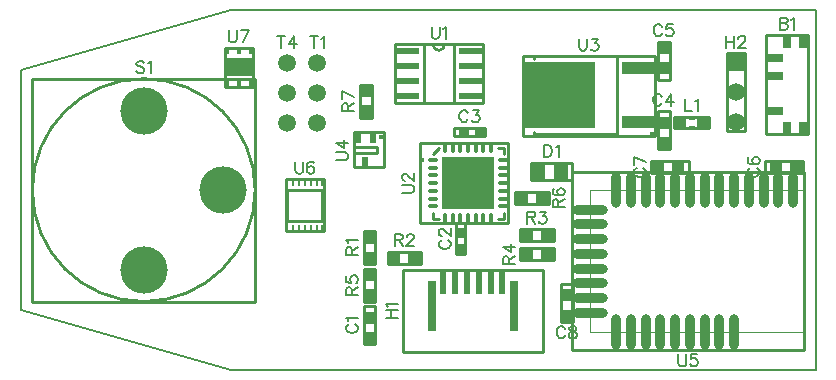
<source format=gbr>
G04 DipTrace 2.4.0.2*
%INTopAssy.gbr*%
%MOIN*%
%ADD10C,0.0098*%
%ADD11C,0.0055*%
%ADD17R,0.0591X0.0276*%
%ADD18R,0.0315X0.0433*%
%ADD19R,0.0394X0.0433*%
%ADD20R,0.0276X0.0354*%
%ADD21R,0.0354X0.0276*%
%ADD22R,0.0433X0.0394*%
%ADD23R,0.0512X0.0591*%
%ADD24R,0.0236X0.0787*%
%ADD25R,0.0276X0.1654*%
%ADD26R,0.059X0.059*%
%ADD27C,0.0591*%
%ADD29R,0.0394X0.0394*%
%ADD30C,0.1575*%
%ADD31R,0.0787X0.0236*%
%ADD32C,0.0157*%
%ADD33O,0.0335X0.0138*%
%ADD34O,0.0138X0.0335*%
%ADD35R,0.1732X0.1732*%
%ADD36C,0.0154*%
%ADD37R,0.1083X0.0394*%
%ADD38R,0.2421X0.2185*%
%ADD39R,0.0197X0.0335*%
%ADD40C,0.0005*%
%ADD41O,0.0335X0.1181*%
%ADD42O,0.1181X0.0335*%
%ADD43R,0.0098X0.0236*%
%ADD44R,0.0157X0.0236*%
%ADD45R,0.0945X0.0591*%
%ADD107C,0.0062*%
%FSLAX44Y44*%
G04*
G70*
G90*
G75*
G01*
%LNTopAssy*%
%LPD*%
X28770Y15104D2*
D10*
X30187D1*
Y11797D1*
X28770D1*
Y15104D1*
D17*
X29065Y12565D3*
Y13746D3*
Y14337D3*
D18*
X29478Y12014D3*
X30030D3*
X29478Y14888D3*
X30030D3*
X15408Y6064D2*
D10*
X15722D1*
X15368D2*
X15762D1*
Y4804D1*
X15368D1*
Y6064D1*
D19*
X15565Y5690D3*
Y5021D3*
X18501Y8839D2*
D10*
X18698D1*
X18462D2*
X18737D1*
Y7816D1*
X18462D1*
Y8839D1*
D20*
X18599Y8504D3*
Y7993D3*
X18389Y11787D2*
D10*
Y11983D1*
Y12023D2*
X19412D1*
Y11747D1*
X18389D1*
Y12023D1*
D21*
X18723Y11885D3*
X19235D3*
X25219Y12566D2*
D10*
X25534D1*
X25180D2*
X25573D1*
Y11307D1*
X25180D1*
Y12566D1*
D19*
X25376Y12192D3*
Y11523D3*
X25532Y13627D2*
D10*
X25217D1*
X25178Y14887D2*
X25572D1*
Y13627D1*
X25178D1*
Y14887D1*
D19*
X25375Y14001D3*
Y14670D3*
X28752Y10563D2*
D10*
Y10877D1*
Y10917D2*
X30011D1*
Y10523D1*
X28752D1*
Y10917D1*
D22*
X29125Y10720D3*
X29794D3*
X26218Y10877D2*
D10*
Y10563D1*
X24959Y10917D2*
X26218D1*
Y10523D1*
X24959D1*
Y10917D1*
D22*
X25845Y10720D3*
X25176D3*
X21981Y6802D2*
D10*
X22296D1*
X21942D2*
X22336D1*
Y5542D1*
X21942D1*
Y6802D1*
D19*
X22139Y6428D3*
Y5759D3*
X22314Y10821D2*
D10*
Y10309D1*
X20936Y10860D2*
X22314D1*
Y10270D1*
X20936D1*
Y10860D1*
D23*
X21940Y10565D3*
X21192D3*
X16687Y4528D2*
D10*
X21333D1*
X16687Y7284D2*
X21333D1*
Y4528D1*
X16687D1*
Y7284D1*
D24*
X18026Y6890D3*
X18419D3*
X18813D3*
X19207D3*
X19601D3*
X19994D3*
D25*
X17632Y6063D3*
X20388D3*
X27485Y14495D2*
D10*
X28075D1*
Y11905D1*
X27485D1*
Y14495D1*
D26*
X27780Y14200D3*
D27*
Y13200D3*
Y12200D3*
X26378Y12036D2*
D10*
X26219D1*
X26378Y12351D2*
X26219D1*
X25708Y12390D2*
X26889D1*
Y11996D1*
X25708D1*
Y12390D1*
D29*
X26692Y12193D3*
X25905D3*
X15368Y8576D2*
D10*
X15762D1*
Y7473D1*
X15368D1*
Y8576D1*
D19*
X15565Y7690D3*
Y8359D3*
X16179Y7887D2*
D10*
X17282D1*
Y7493D1*
X16179D1*
Y7887D1*
D22*
X17065Y7690D3*
X16396D3*
X20598Y8637D2*
D10*
X21701D1*
Y8243D1*
X20598D1*
Y8637D1*
D22*
X20815Y8440D3*
X21484D3*
X20598Y8012D2*
D10*
X21701D1*
Y7618D1*
X20598D1*
Y8012D1*
D22*
X20815Y7815D3*
X21484D3*
X15368Y7326D2*
D10*
X15762D1*
Y6223D1*
X15368D1*
Y7326D1*
D19*
X15565Y6440D3*
Y7109D3*
X20429Y9887D2*
D10*
X21532D1*
Y9493D1*
X20429D1*
Y9887D1*
D22*
X21315Y9690D3*
X20646D3*
X15243Y13451D2*
D10*
X15637D1*
Y12349D1*
X15243D1*
Y13451D1*
D19*
X15440Y12565D3*
Y13235D3*
X4325Y9940D2*
D10*
G02X4325Y9940I3715J0D01*
G01*
Y13655D2*
X11755D1*
Y6225D1*
X4325D1*
Y13655D1*
D30*
X10690Y9940D3*
X8040Y7290D3*
Y12590D3*
D27*
X13815Y14190D3*
X13820Y13190D3*
Y12190D3*
X12815Y14190D3*
X12820Y13190D3*
Y12190D3*
X17367Y14799D2*
D10*
Y12831D1*
X18390Y14799D2*
Y12831D1*
X17367D2*
X18390D1*
X17681Y14799D2*
X17367D1*
X18075D2*
X18390D1*
X17681D2*
G03X18075Y14799I197J0D01*
G01*
X16422D2*
X19335D1*
Y12831D1*
X16422D1*
Y14799D1*
D31*
X16815Y14565D3*
Y14065D3*
Y13565D3*
Y13065D3*
X18941D3*
Y13565D3*
Y14065D3*
Y14565D3*
X17671Y9188D2*
D10*
Y8991D1*
X17868D1*
X20033Y11353D2*
X19836D1*
X20033D2*
Y11157D1*
Y8991D2*
Y9188D1*
Y8991D2*
X19836D1*
X17671Y11157D2*
X17868Y11353D1*
D32*
X17319Y10940D3*
X17241Y11501D2*
D10*
X20181D1*
Y8844D1*
X17241D1*
Y11501D1*
D33*
X17690Y10940D3*
Y10684D3*
Y10428D3*
Y10172D3*
Y9916D3*
Y9660D3*
Y9405D3*
D34*
X18084Y9011D3*
X18340D3*
X18596D3*
X18852D3*
X19108D3*
X19364D3*
X19620D3*
D33*
X20013Y9405D3*
Y9660D3*
Y9916D3*
Y10172D3*
Y10428D3*
Y10684D3*
Y10940D3*
D34*
X19620Y11334D3*
X19364D3*
X19108D3*
X18852D3*
X18596D3*
X18340D3*
X18084D3*
D35*
X18852Y10172D3*
X23821Y11798D2*
D10*
Y14397D1*
X21065Y11798D2*
X23821D1*
X21065D2*
Y11877D1*
Y14397D2*
X23821D1*
X21065D2*
Y14318D1*
D36*
X24971Y11808D3*
X20682Y14397D2*
D10*
X25071D1*
Y11731D1*
X20682D1*
Y14397D1*
D37*
X24530Y12200D3*
Y13995D3*
D38*
X21892Y13098D3*
D36*
X15955Y11722D3*
X15824Y11378D2*
D10*
X15036D1*
Y11182D1*
X15824D1*
Y11378D1*
X15036Y11861D2*
X16032D1*
Y10699D1*
X15036D1*
Y11861D1*
D39*
X15686Y11693D3*
X15174D3*
X15430Y10867D3*
X30044Y9940D2*
D40*
X22918D1*
Y5196D1*
X30044D1*
Y9940D1*
X22328Y10531D2*
D10*
X30044D1*
Y4605D1*
X22328D1*
Y10531D1*
D41*
X29690Y9940D3*
X29198D3*
X28706D3*
X28214D3*
X27721D3*
X27229D3*
X26737D3*
X26245D3*
X25753D3*
X25261D3*
X24769D3*
X24277D3*
X23784D3*
D42*
X22918Y9290D3*
Y8798D3*
Y8306D3*
Y7814D3*
Y7322D3*
Y6830D3*
Y6338D3*
Y5846D3*
D41*
X23784Y5196D3*
X24277D3*
X24769D3*
X25261D3*
X25753D3*
X26245D3*
X26737D3*
X27229D3*
X27721D3*
X12815Y9950D2*
D10*
X13996D1*
Y8926D1*
X12815D1*
Y9950D1*
X12766Y10304D2*
X14046D1*
Y8572D1*
X12766D1*
Y10304D1*
D43*
X12815Y8690D3*
X13012D3*
X13209D3*
X13406D3*
X13603D3*
X13800D3*
X13996D3*
Y10186D3*
X13800D3*
X13603D3*
X13406D3*
X13209D3*
X13012D3*
X12815D3*
X10736Y14683D2*
D10*
X11681D1*
Y13384D1*
X10736D1*
Y14683D1*
D44*
X10815Y14565D3*
Y13502D3*
X11209D3*
Y14565D3*
X11602D3*
Y13502D3*
D45*
X11209Y14034D3*
X29235Y15690D2*
D107*
Y15288D1*
X29407D1*
X29465Y15308D1*
X29484Y15327D1*
X29503Y15365D1*
Y15422D1*
X29484Y15461D1*
X29465Y15480D1*
X29407Y15499D1*
X29465Y15518D1*
X29484Y15537D1*
X29503Y15575D1*
Y15614D1*
X29484Y15652D1*
X29465Y15671D1*
X29407Y15690D1*
X29235D1*
Y15499D2*
X29407D1*
X29626Y15613D2*
X29665Y15633D1*
X29722Y15690D1*
Y15288D1*
X14878Y5468D2*
X14840Y5449D1*
X14801Y5410D1*
X14782Y5372D1*
Y5296D1*
X14801Y5257D1*
X14840Y5219D1*
X14878Y5200D1*
X14935Y5181D1*
X15031D1*
X15088Y5200D1*
X15127Y5219D1*
X15165Y5257D1*
X15184Y5296D1*
Y5372D1*
X15165Y5410D1*
X15127Y5449D1*
X15088Y5468D1*
X14859Y5591D2*
X14840Y5630D1*
X14783Y5687D1*
X15184D1*
X17971Y8275D2*
X17933Y8256D1*
X17895Y8218D1*
X17876Y8180D1*
Y8103D1*
X17895Y8065D1*
X17933Y8027D1*
X17971Y8007D1*
X18029Y7988D1*
X18125D1*
X18182Y8007D1*
X18220Y8027D1*
X18258Y8065D1*
X18278Y8103D1*
Y8180D1*
X18258Y8218D1*
X18220Y8256D1*
X18182Y8275D1*
X17972Y8418D2*
X17953D1*
X17914Y8437D1*
X17895Y8456D1*
X17876Y8495D1*
Y8571D1*
X17895Y8609D1*
X17914Y8628D1*
X17953Y8648D1*
X17991D1*
X18029Y8628D1*
X18086Y8590D1*
X18278Y8399D1*
Y8667D1*
X18848Y12513D2*
X18829Y12551D1*
X18791Y12589D1*
X18753Y12608D1*
X18676D1*
X18638Y12589D1*
X18600Y12551D1*
X18580Y12513D1*
X18561Y12455D1*
Y12360D1*
X18580Y12303D1*
X18600Y12264D1*
X18638Y12226D1*
X18676Y12207D1*
X18753D1*
X18791Y12226D1*
X18829Y12264D1*
X18848Y12303D1*
X19010Y12608D2*
X19220D1*
X19106Y12455D1*
X19163D1*
X19201Y12436D1*
X19220Y12417D1*
X19240Y12360D1*
Y12322D1*
X19220Y12264D1*
X19182Y12226D1*
X19125Y12207D1*
X19067D1*
X19010Y12226D1*
X18991Y12245D1*
X18972Y12283D1*
X25315Y13056D2*
X25296Y13094D1*
X25257Y13133D1*
X25219Y13152D1*
X25143D1*
X25104Y13133D1*
X25066Y13094D1*
X25047Y13056D1*
X25028Y12999D1*
Y12903D1*
X25047Y12846D1*
X25066Y12807D1*
X25104Y12769D1*
X25143Y12750D1*
X25219D1*
X25257Y12769D1*
X25296Y12807D1*
X25315Y12846D1*
X25630Y12750D2*
Y13151D1*
X25438Y12884D1*
X25725D1*
X25323Y15377D2*
X25304Y15415D1*
X25265Y15453D1*
X25227Y15472D1*
X25151D1*
X25112Y15453D1*
X25074Y15415D1*
X25055Y15377D1*
X25036Y15319D1*
Y15223D1*
X25055Y15166D1*
X25074Y15128D1*
X25112Y15090D1*
X25151Y15070D1*
X25227D1*
X25265Y15090D1*
X25304Y15128D1*
X25323Y15166D1*
X25676Y15472D2*
X25485D1*
X25465Y15300D1*
X25485Y15319D1*
X25542Y15338D1*
X25599D1*
X25657Y15319D1*
X25695Y15281D1*
X25714Y15223D1*
Y15185D1*
X25695Y15128D1*
X25657Y15089D1*
X25599Y15070D1*
X25542D1*
X25485Y15089D1*
X25465Y15109D1*
X25446Y15147D1*
X28261Y10677D2*
X28223Y10658D1*
X28185Y10620D1*
X28166Y10582D1*
Y10505D1*
X28185Y10467D1*
X28223Y10429D1*
X28261Y10410D1*
X28319Y10391D1*
X28415D1*
X28472Y10410D1*
X28510Y10429D1*
X28548Y10467D1*
X28568Y10505D1*
Y10582D1*
X28548Y10620D1*
X28510Y10658D1*
X28472Y10677D1*
X28223Y11030D2*
X28185Y11011D1*
X28166Y10954D1*
Y10916D1*
X28185Y10858D1*
X28243Y10820D1*
X28338Y10801D1*
X28434D1*
X28510Y10820D1*
X28549Y10858D1*
X28568Y10916D1*
Y10935D1*
X28549Y10992D1*
X28510Y11030D1*
X28453Y11049D1*
X28434D1*
X28376Y11030D1*
X28338Y10992D1*
X28319Y10935D1*
Y10916D1*
X28338Y10858D1*
X28376Y10820D1*
X28434Y10801D1*
X24469Y10668D2*
X24431Y10649D1*
X24392Y10610D1*
X24373Y10572D1*
Y10496D1*
X24392Y10457D1*
X24431Y10419D1*
X24469Y10400D1*
X24526Y10381D1*
X24622D1*
X24679Y10400D1*
X24718Y10419D1*
X24756Y10457D1*
X24775Y10496D1*
Y10572D1*
X24756Y10610D1*
X24718Y10649D1*
X24679Y10668D1*
X24775Y10868D2*
X24374Y11059D1*
Y10791D1*
X22087Y5311D2*
X22068Y5349D1*
X22029Y5388D1*
X21991Y5407D1*
X21915D1*
X21876Y5388D1*
X21838Y5349D1*
X21819Y5311D1*
X21800Y5254D1*
Y5158D1*
X21819Y5101D1*
X21838Y5062D1*
X21876Y5024D1*
X21915Y5005D1*
X21991D1*
X22029Y5024D1*
X22068Y5062D1*
X22087Y5101D1*
X22306Y5406D2*
X22249Y5387D1*
X22229Y5349D1*
Y5311D1*
X22249Y5273D1*
X22287Y5253D1*
X22363Y5234D1*
X22421Y5215D1*
X22459Y5177D1*
X22478Y5139D1*
Y5081D1*
X22459Y5043D1*
X22440Y5024D1*
X22382Y5005D1*
X22306D1*
X22249Y5024D1*
X22229Y5043D1*
X22210Y5081D1*
Y5139D1*
X22229Y5177D1*
X22268Y5215D1*
X22325Y5234D1*
X22401Y5253D1*
X22440Y5273D1*
X22459Y5311D1*
Y5349D1*
X22440Y5387D1*
X22382Y5406D1*
X22306D1*
X21381Y11446D2*
Y11044D1*
X21515D1*
X21573Y11064D1*
X21611Y11102D1*
X21630Y11140D1*
X21649Y11197D1*
Y11293D1*
X21630Y11351D1*
X21611Y11389D1*
X21573Y11427D1*
X21515Y11446D1*
X21381D1*
X21773Y11369D2*
X21811Y11389D1*
X21869Y11446D1*
Y11044D1*
X16101Y5662D2*
X16503D1*
X16101Y5930D2*
X16503D1*
X16293Y5662D2*
Y5930D1*
X16178Y6054D2*
X16159Y6092D1*
X16102Y6149D1*
X16503D1*
X27450Y15081D2*
Y14679D1*
X27718Y15081D2*
Y14679D1*
X27450Y14889D2*
X27718D1*
X27861Y14985D2*
Y15004D1*
X27880Y15042D1*
X27899Y15061D1*
X27938Y15080D1*
X28014D1*
X28052Y15061D1*
X28071Y15042D1*
X28091Y15004D1*
Y14966D1*
X28071Y14927D1*
X28033Y14870D1*
X27842Y14679D1*
X28110D1*
X26074Y12976D2*
Y12574D1*
X26304D1*
X26427Y12899D2*
X26466Y12918D1*
X26523Y12975D1*
Y12574D1*
X14974Y7781D2*
Y7953D1*
X14954Y8010D1*
X14935Y8030D1*
X14897Y8049D1*
X14859D1*
X14821Y8030D1*
X14801Y8010D1*
X14782Y7953D1*
Y7781D1*
X15184D1*
X14974Y7915D2*
X15184Y8049D1*
X14859Y8172D2*
X14840Y8211D1*
X14783Y8268D1*
X15184D1*
X16401Y8281D2*
X16573D1*
X16630Y8301D1*
X16650Y8320D1*
X16669Y8358D1*
Y8396D1*
X16650Y8434D1*
X16630Y8454D1*
X16573Y8473D1*
X16401D1*
Y8071D1*
X16535Y8281D2*
X16669Y8071D1*
X16812Y8377D2*
Y8396D1*
X16831Y8434D1*
X16850Y8453D1*
X16888Y8472D1*
X16965D1*
X17003Y8453D1*
X17022Y8434D1*
X17041Y8396D1*
Y8358D1*
X17022Y8319D1*
X16984Y8262D1*
X16792Y8071D1*
X17060D1*
X20820Y9031D2*
X20992D1*
X21049Y9051D1*
X21069Y9070D1*
X21088Y9108D1*
Y9146D1*
X21069Y9184D1*
X21049Y9204D1*
X20992Y9223D1*
X20820D1*
Y8821D1*
X20954Y9031D2*
X21088Y8821D1*
X21250Y9222D2*
X21460D1*
X21345Y9069D1*
X21403D1*
X21441Y9050D1*
X21460Y9031D1*
X21479Y8974D1*
Y8936D1*
X21460Y8878D1*
X21422Y8840D1*
X21364Y8821D1*
X21307D1*
X21250Y8840D1*
X21231Y8859D1*
X21211Y8897D1*
X20204Y7476D2*
Y7648D1*
X20185Y7705D1*
X20166Y7725D1*
X20128Y7744D1*
X20089D1*
X20051Y7725D1*
X20032Y7705D1*
X20013Y7648D1*
Y7476D1*
X20415D1*
X20204Y7610D2*
X20415Y7744D1*
Y8059D2*
X20013D1*
X20281Y7867D1*
Y8154D1*
X14974Y6445D2*
Y6617D1*
X14954Y6674D1*
X14935Y6694D1*
X14897Y6713D1*
X14859D1*
X14821Y6694D1*
X14801Y6674D1*
X14782Y6617D1*
Y6445D1*
X15184D1*
X14974Y6579D2*
X15184Y6713D1*
X14783Y7066D2*
Y6875D1*
X14955Y6856D1*
X14936Y6875D1*
X14916Y6932D1*
Y6989D1*
X14936Y7047D1*
X14974Y7085D1*
X15031Y7104D1*
X15069D1*
X15127Y7085D1*
X15165Y7047D1*
X15184Y6989D1*
Y6932D1*
X15165Y6875D1*
X15146Y6856D1*
X15108Y6836D1*
X21859Y9370D2*
Y9542D1*
X21839Y9600D1*
X21820Y9619D1*
X21782Y9638D1*
X21744D1*
X21706Y9619D1*
X21686Y9600D1*
X21667Y9542D1*
Y9370D1*
X22069D1*
X21859Y9504D2*
X22069Y9638D1*
X21725Y9991D2*
X21687Y9972D1*
X21668Y9914D1*
Y9876D1*
X21687Y9819D1*
X21744Y9780D1*
X21840Y9761D1*
X21935D1*
X22012Y9780D1*
X22050Y9819D1*
X22069Y9876D1*
Y9895D1*
X22050Y9952D1*
X22012Y9991D1*
X21954Y10010D1*
X21935D1*
X21878Y9991D1*
X21840Y9952D1*
X21821Y9895D1*
Y9876D1*
X21840Y9819D1*
X21878Y9780D1*
X21935Y9761D1*
X14849Y12570D2*
Y12742D1*
X14829Y12800D1*
X14810Y12819D1*
X14772Y12838D1*
X14734D1*
X14696Y12819D1*
X14676Y12800D1*
X14657Y12742D1*
Y12570D1*
X15059D1*
X14849Y12704D2*
X15059Y12838D1*
Y13038D2*
X14658Y13230D1*
Y12962D1*
X8064Y14183D2*
X8026Y14221D1*
X7969Y14240D1*
X7892D1*
X7835Y14221D1*
X7796Y14183D1*
Y14145D1*
X7816Y14106D1*
X7835Y14087D1*
X7873Y14068D1*
X7988Y14030D1*
X8026Y14011D1*
X8045Y13991D1*
X8064Y13953D1*
Y13896D1*
X8026Y13858D1*
X7969Y13838D1*
X7892D1*
X7835Y13858D1*
X7796Y13896D1*
X8188Y14163D2*
X8226Y14183D1*
X8284Y14240D1*
Y13838D1*
X13706Y15071D2*
Y14669D1*
X13572Y15071D2*
X13840D1*
X13963Y14994D2*
X14002Y15014D1*
X14059Y15071D1*
Y14669D1*
X12610Y15071D2*
Y14669D1*
X12476Y15071D2*
X12744D1*
X13059Y14669D2*
Y15071D1*
X12868Y14803D1*
X13155D1*
X17635Y15385D2*
Y15098D1*
X17654Y15041D1*
X17692Y15003D1*
X17750Y14983D1*
X17788D1*
X17845Y15003D1*
X17884Y15041D1*
X17903Y15098D1*
Y15385D1*
X18026Y15308D2*
X18065Y15328D1*
X18122Y15385D1*
Y14983D1*
X16655Y9843D2*
X16942D1*
X16999Y9862D1*
X17037Y9900D1*
X17057Y9958D1*
Y9996D1*
X17037Y10053D1*
X16999Y10092D1*
X16942Y10111D1*
X16655D1*
X16751Y10253D2*
X16732D1*
X16693Y10273D1*
X16674Y10292D1*
X16655Y10330D1*
Y10406D1*
X16674Y10445D1*
X16693Y10464D1*
X16732Y10483D1*
X16770D1*
X16808Y10464D1*
X16865Y10425D1*
X17057Y10234D1*
Y10502D1*
X22547Y14982D2*
Y14695D1*
X22566Y14638D1*
X22604Y14600D1*
X22662Y14581D1*
X22700D1*
X22757Y14600D1*
X22796Y14638D1*
X22815Y14695D1*
Y14982D1*
X22977D2*
X23187D1*
X23072Y14829D1*
X23130D1*
X23168Y14810D1*
X23187Y14791D1*
X23206Y14734D1*
Y14695D1*
X23187Y14638D1*
X23149Y14600D1*
X23091Y14581D1*
X23034D1*
X22977Y14600D1*
X22958Y14619D1*
X22938Y14657D1*
X14450Y10941D2*
X14737D1*
X14795Y10960D1*
X14833Y10998D1*
X14852Y11056D1*
Y11094D1*
X14833Y11151D1*
X14795Y11190D1*
X14737Y11209D1*
X14450D1*
X14852Y11524D2*
X14451D1*
X14718Y11332D1*
Y11619D1*
X25856Y4470D2*
Y4183D1*
X25875Y4125D1*
X25914Y4087D1*
X25971Y4068D1*
X26009D1*
X26067Y4087D1*
X26105Y4125D1*
X26124Y4183D1*
Y4470D1*
X26477Y4469D2*
X26286D1*
X26267Y4297D1*
X26286Y4316D1*
X26344Y4336D1*
X26401D1*
X26458Y4316D1*
X26497Y4278D1*
X26516Y4221D1*
Y4183D1*
X26497Y4125D1*
X26458Y4087D1*
X26401Y4068D1*
X26344D1*
X26286Y4087D1*
X26267Y4106D1*
X26248Y4144D1*
X13086Y10890D2*
Y10603D1*
X13105Y10546D1*
X13143Y10507D1*
X13201Y10488D1*
X13239D1*
X13296Y10507D1*
X13335Y10546D1*
X13354Y10603D1*
Y10890D1*
X13707Y10832D2*
X13688Y10871D1*
X13630Y10890D1*
X13592D1*
X13535Y10871D1*
X13496Y10813D1*
X13477Y10718D1*
Y10622D1*
X13496Y10546D1*
X13535Y10507D1*
X13592Y10488D1*
X13611D1*
X13668Y10507D1*
X13707Y10546D1*
X13726Y10603D1*
Y10622D1*
X13707Y10679D1*
X13668Y10718D1*
X13611Y10737D1*
X13592D1*
X13535Y10718D1*
X13496Y10679D1*
X13477Y10622D1*
X10879Y15269D2*
Y14982D1*
X10898Y14924D1*
X10936Y14886D1*
X10994Y14867D1*
X11032D1*
X11089Y14886D1*
X11128Y14924D1*
X11147Y14982D1*
Y15269D1*
X11347Y14867D2*
X11538Y15268D1*
X11270D1*
X3940Y5940D2*
D11*
Y13940D1*
X10940Y15940D1*
X30440D1*
Y3940D1*
X10940D1*
X3940Y5940D1*
M02*

</source>
